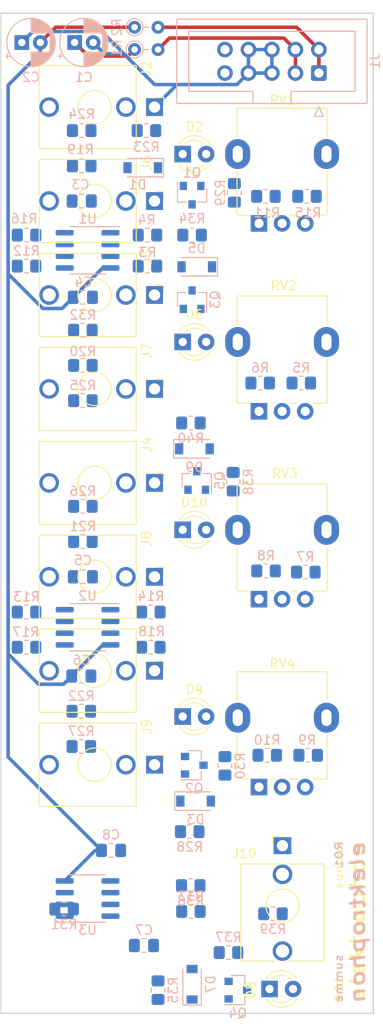
<source format=kicad_pcb>
(kicad_pcb (version 20171130) (host pcbnew 5.1.10)
  (title_block (title "(title)") (comment 1 "PCB for panel") (comment 2 "(description)") (comment 4 "License CC BY 4.0 - Attribution 4.0 International"))
  (layers (0 F.Cu signal) (31 B.Cu signal) (34 B.Paste user) (35 F.Paste user) (36 B.SilkS user) (37 F.SilkS user) (38 B.Mask user) (39 F.Mask user) (44 Edge.Cuts user))
  (net 0 "")
  (net 1 GND)
  (net 2 +15V)
  (net 3 -15V)
  (net 4 "Net-(D1-Pad1)")
  (net 5 "Net-(D2-Pad2)")
  (net 6 "Net-(D3-Pad1)")
  (net 7 "Net-(D4-Pad2)")
  (net 8 "Net-(D5-Pad1)")
  (net 9 "Net-(D6-Pad2)")
  (net 10 "Net-(D7-Pad1)")
  (net 11 "Net-(D8-Pad2)")
  (net 12 "Net-(D9-Pad1)")
  (net 13 "Net-(D10-Pad2)")
  (net 14 +5V)
  (net 15 VP)
  (net 16 VN)
  (net 17 "Net-(J2-PadTN)")
  (net 18 /IN_1)
  (net 19 /IN_2)
  (net 20 /IN_3)
  (net 21 /IN_4)
  (net 22 /MIX_1)
  (net 23 "Net-(J6-PadT)")
  (net 24 /MIX_2)
  (net 25 "Net-(J7-PadT)")
  (net 26 /MIX_3)
  (net 27 "Net-(J8-PadT)")
  (net 28 /MIX_4)
  (net 29 "Net-(J9-PadT)")
  (net 30 "Net-(J10-PadT)")
  (net 31 "Net-(Q1-Pad3)")
  (net 32 "Net-(Q2-Pad3)")
  (net 33 "Net-(Q3-Pad3)")
  (net 34 "Net-(Q4-Pad3)")
  (net 35 "Net-(Q5-Pad3)")
  (net 36 "Net-(R12-Pad1)")
  (net 37 "Net-(R13-Pad1)")
  (net 38 "Net-(R14-Pad1)")
  (net 39 "Net-(R15-Pad1)")
  (net 40 "Net-(R16-Pad1)")
  (net 41 "Net-(R17-Pad1)")
  (net 42 "Net-(R18-Pad1)")
  (net 43 /OUT)
  (net 44 "Net-(J3-PadTN)")
  (net 45 "Net-(J4-PadTN)")
  (net 46 "Net-(J5-PadTN)")
  (net 47 "Net-(J10-PadTN)")
  (net 48 "Net-(R3-Pad2)")
  (net 49 "Net-(R5-Pad2)")
  (net 50 "Net-(R7-Pad2)")
  (net 51 "Net-(R10-Pad1)")
  (net 52 "Net-(R11-Pad1)")
  (net 53 "Net-(R24-Pad2)")
  (net 54 "Net-(R31-Pad2)")
  (net 55 "Net-(R33-Pad2)")
  (module "elektrophon:elektrophon logo" (layer F.Cu) (at 88.392 149.098 270)
    (fp_text reference REF** hide)
    (fp_text value "elektrophon logo" hide)
    (fp_text user summe (at 8.84 1.02 90) (layer B.SilkS) (effects (font (size 0.8 1)) (justify right mirror)))
    (fp_text user R01 (at -8.83 1 90) (layer B.SilkS) (effects (font (size 0.8 1)) (justify left mirror)))
    (fp_text user elektrophon (at 0 -1.016 90) (layer B.SilkS) (effects (font (size 1.5 2) (thickness 0.3) italic) (justify mirror)))
    (fp_text user R01 (at 8.8 1.02 90) (layer F.SilkS) (effects (font (size 0.8 1)) (justify left)))
    (fp_text user summe (at -8.88 1 90) (layer F.SilkS) (effects (font (size 0.8 1)) (justify right)))
    (fp_text user elektrophon (at 0 -1.016 90) (layer F.SilkS) (effects (font (size 1.5 2) (thickness 0.3) italic)))
  )
  (module Resistor_THT:R_Axial_DIN0204_L3.6mm_D1.6mm_P2.54mm_Vertical (layer B.Cu) (at 65.278 52.324)
    (fp_text reference R2 (at -1.905 0 90) (layer B.SilkS) (effects (justify mirror)))
    (fp_text value 10)
    (pad 2 thru_hole oval (at 2.54 0) (size 1.4 1.4) (drill 0.7) (layers *.Cu *.Mask) (net 16 VN))
    (pad 1 thru_hole circle (at 0 0) (size 1.4 1.4) (drill 0.7) (layers *.Cu *.Mask) (net 3 -15V))
  )
  (module Resistor_THT:R_Axial_DIN0204_L3.6mm_D1.6mm_P2.54mm_Vertical (layer B.Cu) (at 65.278 54.737)
    (fp_text reference R1 (at -1.905 -0.127 90) (layer B.SilkS) (effects (justify mirror)))
    (fp_text value 10)
    (pad 2 thru_hole oval (at 2.54 0) (size 1.4 1.4) (drill 0.7) (layers *.Cu *.Mask) (net 15 VP))
    (pad 1 thru_hole circle (at 0 0) (size 1.4 1.4) (drill 0.7) (layers *.Cu *.Mask) (net 2 +15V))
  )
  (module Capacitor_THT:CP_Radial_D5.0mm_P2.00mm (layer B.Cu) (at 53.086 53.975)
    (fp_text reference C2 (at 1 3.75) (layer B.SilkS) (effects (justify mirror)))
    (fp_text value 22u)
    (pad 2 thru_hole circle (at 2 0) (size 1.6 1.6) (drill 0.8) (layers *.Cu *.Mask) (net 3 -15V))
    (pad 1 thru_hole rect (at 0 0) (size 1.6 1.6) (drill 0.8) (layers *.Cu *.Mask) (net 1 GND))
  )
  (module Capacitor_THT:CP_Radial_D5.0mm_P2.00mm (layer B.Cu) (at 58.801 53.975)
    (fp_text reference C1 (at 1 3.75) (layer B.SilkS) (effects (justify mirror)))
    (fp_text value 22u)
    (pad 2 thru_hole circle (at 2 0) (size 1.6 1.6) (drill 0.8) (layers *.Cu *.Mask) (net 1 GND))
    (pad 1 thru_hole rect (at 0 0) (size 1.6 1.6) (drill 0.8) (layers *.Cu *.Mask) (net 2 +15V))
  )
  (module Capacitor_SMD:C_0805_2012Metric_Pad1.18x1.45mm_HandSolder (layer B.Cu) (at 62.738 141.351 180)
    (fp_text reference C8 (at 0 1.68) (layer B.SilkS) (effects (justify mirror)))
    (fp_text value 0.1u)
    (pad 2 smd roundrect (at 1.0375 0 180) (size 1.175 1.45) (layers B.Cu B.Paste B.Mask) (roundrect_rratio 0.212766) (net 3 -15V))
    (pad 1 smd roundrect (at -1.0375 0 180) (size 1.175 1.45) (layers B.Cu B.Paste B.Mask) (roundrect_rratio 0.212766) (net 1 GND))
  )
  (module Capacitor_SMD:C_0805_2012Metric_Pad1.18x1.45mm_HandSolder (layer B.Cu) (at 66.294 151.638 180)
    (fp_text reference C7 (at 0 1.68) (layer B.SilkS) (effects (justify mirror)))
    (fp_text value 0.1u)
    (pad 2 smd roundrect (at 1.0375 0 180) (size 1.175 1.45) (layers B.Cu B.Paste B.Mask) (roundrect_rratio 0.212766) (net 1 GND))
    (pad 1 smd roundrect (at -1.0375 0 180) (size 1.175 1.45) (layers B.Cu B.Paste B.Mask) (roundrect_rratio 0.212766) (net 2 +15V))
  )
  (module Capacitor_SMD:C_0805_2012Metric_Pad1.18x1.45mm_HandSolder (layer B.Cu) (at 59.521 122.4915 180)
    (fp_text reference C6 (at -0.042 1.7145) (layer B.SilkS) (effects (justify mirror)))
    (fp_text value 0.1u)
    (pad 2 smd roundrect (at 1.0375 0 180) (size 1.175 1.45) (layers B.Cu B.Paste B.Mask) (roundrect_rratio 0.212766) (net 3 -15V))
    (pad 1 smd roundrect (at -1.0375 0 180) (size 1.175 1.45) (layers B.Cu B.Paste B.Mask) (roundrect_rratio 0.212766) (net 1 GND))
  )
  (module Capacitor_SMD:C_0805_2012Metric_Pad1.18x1.45mm_HandSolder (layer B.Cu) (at 59.69 111.76)
    (fp_text reference C5 (at 0 -1.778) (layer B.SilkS) (effects (justify mirror)))
    (fp_text value 0.1u)
    (pad 2 smd roundrect (at 1.0375 0) (size 1.175 1.45) (layers B.Cu B.Paste B.Mask) (roundrect_rratio 0.212766) (net 1 GND))
    (pad 1 smd roundrect (at -1.0375 0) (size 1.175 1.45) (layers B.Cu B.Paste B.Mask) (roundrect_rratio 0.212766) (net 2 +15V))
  )
  (module Capacitor_SMD:C_0805_2012Metric_Pad1.18x1.45mm_HandSolder (layer B.Cu) (at 59.69 81.534 180)
    (fp_text reference C4 (at -0.0635 1.651) (layer B.SilkS) (effects (justify mirror)))
    (fp_text value 0.1u)
    (pad 2 smd roundrect (at 1.0375 0 180) (size 1.175 1.45) (layers B.Cu B.Paste B.Mask) (roundrect_rratio 0.212766) (net 3 -15V))
    (pad 1 smd roundrect (at -1.0375 0 180) (size 1.175 1.45) (layers B.Cu B.Paste B.Mask) (roundrect_rratio 0.212766) (net 1 GND))
  )
  (module Capacitor_SMD:C_0805_2012Metric_Pad1.18x1.45mm_HandSolder (layer B.Cu) (at 59.563 71.12)
    (fp_text reference C3 (at -0.127 -1.778) (layer B.SilkS) (effects (justify mirror)))
    (fp_text value 0.1u)
    (pad 2 smd roundrect (at 1.0375 0) (size 1.175 1.45) (layers B.Cu B.Paste B.Mask) (roundrect_rratio 0.212766) (net 1 GND))
    (pad 1 smd roundrect (at -1.0375 0) (size 1.175 1.45) (layers B.Cu B.Paste B.Mask) (roundrect_rratio 0.212766) (net 2 +15V))
  )
  (module elektrophon:Jack_3.5mm_WQP-PJ398SM_Vertical (layer F.Cu) (at 81.28 147.32)
    (fp_text reference J10 (at -4.13 -5.63) (layer F.SilkS))
    (fp_text value OUT)
    (pad TN thru_hole circle (at 0 -3.38 180) (size 2.13 2.13) (drill 1.42) (layers *.Cu *.Mask) (net 47 "Net-(J10-PadTN)"))
    (pad S thru_hole rect (at 0 -6.48 180) (size 1.93 1.83) (drill 1.22) (layers *.Cu *.Mask) (net 1 GND))
    (pad T thru_hole circle (at 0 4.92 180) (size 2.13 2.13) (drill 1.43) (layers *.Cu *.Mask) (net 30 "Net-(J10-PadT)"))
  )
  (module elektrophon:Jack_3.5mm_WQP-PJ398SM_Vertical (layer F.Cu) (at 60.96 132.08 270)
    (fp_text reference J9 (at -4.13 -5.63 90) (layer F.SilkS))
    (fp_text value OUT)
    (pad TN thru_hole circle (at 0 -3.38 90) (size 2.13 2.13) (drill 1.42) (layers *.Cu *.Mask) (net 28 /MIX_4))
    (pad S thru_hole rect (at 0 -6.48 90) (size 1.93 1.83) (drill 1.22) (layers *.Cu *.Mask) (net 1 GND))
    (pad T thru_hole circle (at 0 4.92 90) (size 2.13 2.13) (drill 1.43) (layers *.Cu *.Mask) (net 29 "Net-(J9-PadT)"))
  )
  (module elektrophon:Jack_3.5mm_WQP-PJ398SM_Vertical (layer F.Cu) (at 60.96 111.76 270)
    (fp_text reference J8 (at -4.13 -5.63 90) (layer F.SilkS))
    (fp_text value OUT)
    (pad TN thru_hole circle (at 0 -3.38 90) (size 2.13 2.13) (drill 1.42) (layers *.Cu *.Mask) (net 26 /MIX_3))
    (pad S thru_hole rect (at 0 -6.48 90) (size 1.93 1.83) (drill 1.22) (layers *.Cu *.Mask) (net 1 GND))
    (pad T thru_hole circle (at 0 4.92 90) (size 2.13 2.13) (drill 1.43) (layers *.Cu *.Mask) (net 27 "Net-(J8-PadT)"))
  )
  (module elektrophon:Jack_3.5mm_WQP-PJ398SM_Vertical (layer F.Cu) (at 60.96 91.44 270)
    (fp_text reference J7 (at -4.13 -5.63 90) (layer F.SilkS))
    (fp_text value OUT)
    (pad TN thru_hole circle (at 0 -3.38 90) (size 2.13 2.13) (drill 1.42) (layers *.Cu *.Mask) (net 24 /MIX_2))
    (pad S thru_hole rect (at 0 -6.48 90) (size 1.93 1.83) (drill 1.22) (layers *.Cu *.Mask) (net 1 GND))
    (pad T thru_hole circle (at 0 4.92 90) (size 2.13 2.13) (drill 1.43) (layers *.Cu *.Mask) (net 25 "Net-(J7-PadT)"))
  )
  (module elektrophon:Jack_3.5mm_WQP-PJ398SM_Vertical (layer F.Cu) (at 60.96 71.12 270)
    (fp_text reference J6 (at -4.13 -5.63 90) (layer F.SilkS))
    (fp_text value OUT)
    (pad TN thru_hole circle (at 0 -3.38 90) (size 2.13 2.13) (drill 1.42) (layers *.Cu *.Mask) (net 22 /MIX_1))
    (pad S thru_hole rect (at 0 -6.48 90) (size 1.93 1.83) (drill 1.22) (layers *.Cu *.Mask) (net 1 GND))
    (pad T thru_hole circle (at 0 4.92 90) (size 2.13 2.13) (drill 1.43) (layers *.Cu *.Mask) (net 23 "Net-(J6-PadT)"))
  )
  (module elektrophon:Jack_3.5mm_WQP-PJ398SM_Vertical (layer F.Cu) (at 60.96 121.92 270)
    (fp_text reference J5 (at -4.13 -5.63 90) (layer F.SilkS))
    (fp_text value IN)
    (pad TN thru_hole circle (at 0 -3.38 90) (size 2.13 2.13) (drill 1.42) (layers *.Cu *.Mask) (net 46 "Net-(J5-PadTN)"))
    (pad S thru_hole rect (at 0 -6.48 90) (size 1.93 1.83) (drill 1.22) (layers *.Cu *.Mask) (net 1 GND))
    (pad T thru_hole circle (at 0 4.92 90) (size 2.13 2.13) (drill 1.43) (layers *.Cu *.Mask) (net 21 /IN_4))
  )
  (module elektrophon:Jack_3.5mm_WQP-PJ398SM_Vertical (layer F.Cu) (at 60.96 101.6 270)
    (fp_text reference J4 (at -4.13 -5.63 90) (layer F.SilkS))
    (fp_text value IN)
    (pad TN thru_hole circle (at 0 -3.38 90) (size 2.13 2.13) (drill 1.42) (layers *.Cu *.Mask) (net 45 "Net-(J4-PadTN)"))
    (pad S thru_hole rect (at 0 -6.48 90) (size 1.93 1.83) (drill 1.22) (layers *.Cu *.Mask) (net 1 GND))
    (pad T thru_hole circle (at 0 4.92 90) (size 2.13 2.13) (drill 1.43) (layers *.Cu *.Mask) (net 20 /IN_3))
  )
  (module elektrophon:Jack_3.5mm_WQP-PJ398SM_Vertical (layer F.Cu) (at 60.96 81.28 270)
    (fp_text reference J3 (at -4.13 -5.63 90) (layer F.SilkS))
    (fp_text value IN)
    (pad TN thru_hole circle (at 0 -3.38 90) (size 2.13 2.13) (drill 1.42) (layers *.Cu *.Mask) (net 44 "Net-(J3-PadTN)"))
    (pad S thru_hole rect (at 0 -6.48 90) (size 1.93 1.83) (drill 1.22) (layers *.Cu *.Mask) (net 1 GND))
    (pad T thru_hole circle (at 0 4.92 90) (size 2.13 2.13) (drill 1.43) (layers *.Cu *.Mask) (net 19 /IN_2))
  )
  (module elektrophon:Jack_3.5mm_WQP-PJ398SM_Vertical (layer F.Cu) (at 60.96 60.96 270)
    (fp_text reference J2 (at -4.13 -5.63 90) (layer F.SilkS))
    (fp_text value IN)
    (pad TN thru_hole circle (at 0 -3.38 90) (size 2.13 2.13) (drill 1.42) (layers *.Cu *.Mask) (net 17 "Net-(J2-PadTN)"))
    (pad S thru_hole rect (at 0 -6.48 90) (size 1.93 1.83) (drill 1.22) (layers *.Cu *.Mask) (net 1 GND))
    (pad T thru_hole circle (at 0 4.92 90) (size 2.13 2.13) (drill 1.43) (layers *.Cu *.Mask) (net 18 /IN_1))
  )
  (module Package_SO:SOIC-8_3.9x4.9mm_P1.27mm (layer B.Cu) (at 60.198 146.558)
    (fp_text reference U3 (at 0 3.4) (layer B.SilkS) (effects (justify mirror)))
    (fp_text value OPA2134)
    (pad 8 smd roundrect (at 2.475 1.905) (size 1.95 0.6) (layers B.Cu B.Paste B.Mask) (net 2 +15V))
    (pad 7 smd roundrect (at 2.475 0.635) (size 1.95 0.6) (layers B.Cu B.Paste B.Mask) (net 43 /OUT))
    (pad 6 smd roundrect (at 2.475 -0.635) (size 1.95 0.6) (layers B.Cu B.Paste B.Mask) (net 55 "Net-(R33-Pad2)"))
    (pad 5 smd roundrect (at 2.475 -1.905) (size 1.95 0.6) (layers B.Cu B.Paste B.Mask) (net 1 GND))
    (pad 4 smd roundrect (at -2.475 -1.905) (size 1.95 0.6) (layers B.Cu B.Paste B.Mask) (net 3 -15V))
    (pad 3 smd roundrect (at -2.475 -0.635) (size 1.95 0.6) (layers B.Cu B.Paste B.Mask) (net 1 GND))
    (pad 2 smd roundrect (at -2.475 0.635) (size 1.95 0.6) (layers B.Cu B.Paste B.Mask) (net 53 "Net-(R24-Pad2)"))
    (pad 1 smd roundrect (at -2.475 1.905) (size 1.95 0.6) (layers B.Cu B.Paste B.Mask) (net 54 "Net-(R31-Pad2)"))
  )
  (module Package_SO:SOIC-8_3.9x4.9mm_P1.27mm (layer B.Cu) (at 60.198 117.221 180)
    (fp_text reference U2 (at 0 3.4) (layer B.SilkS) (effects (justify mirror)))
    (fp_text value OPA2134)
    (pad 8 smd roundrect (at 2.475 1.905 180) (size 1.95 0.6) (layers B.Cu B.Paste B.Mask) (net 2 +15V))
    (pad 7 smd roundrect (at 2.475 0.635 180) (size 1.95 0.6) (layers B.Cu B.Paste B.Mask) (net 42 "Net-(R18-Pad1)"))
    (pad 6 smd roundrect (at 2.475 -0.635 180) (size 1.95 0.6) (layers B.Cu B.Paste B.Mask) (net 38 "Net-(R14-Pad1)"))
    (pad 5 smd roundrect (at 2.475 -1.905 180) (size 1.95 0.6) (layers B.Cu B.Paste B.Mask) (net 51 "Net-(R10-Pad1)"))
    (pad 4 smd roundrect (at -2.475 -1.905 180) (size 1.95 0.6) (layers B.Cu B.Paste B.Mask) (net 3 -15V))
    (pad 3 smd roundrect (at -2.475 -0.635 180) (size 1.95 0.6) (layers B.Cu B.Paste B.Mask) (net 50 "Net-(R7-Pad2)"))
    (pad 2 smd roundrect (at -2.475 0.635 180) (size 1.95 0.6) (layers B.Cu B.Paste B.Mask) (net 37 "Net-(R13-Pad1)"))
    (pad 1 smd roundrect (at -2.475 1.905 180) (size 1.95 0.6) (layers B.Cu B.Paste B.Mask) (net 41 "Net-(R17-Pad1)"))
  )
  (module Package_SO:SOIC-8_3.9x4.9mm_P1.27mm (layer B.Cu) (at 60.198 76.454 180)
    (fp_text reference U1 (at 0 3.4 180) (layer B.SilkS) (effects (justify mirror)))
    (fp_text value OPA2134)
    (pad 8 smd roundrect (at 2.475 1.905 180) (size 1.95 0.6) (layers B.Cu B.Paste B.Mask) (net 2 +15V))
    (pad 7 smd roundrect (at 2.475 0.635 180) (size 1.95 0.6) (layers B.Cu B.Paste B.Mask) (net 40 "Net-(R16-Pad1)"))
    (pad 6 smd roundrect (at 2.475 -0.635 180) (size 1.95 0.6) (layers B.Cu B.Paste B.Mask) (net 36 "Net-(R12-Pad1)"))
    (pad 5 smd roundrect (at 2.475 -1.905 180) (size 1.95 0.6) (layers B.Cu B.Paste B.Mask) (net 49 "Net-(R5-Pad2)"))
    (pad 4 smd roundrect (at -2.475 -1.905 180) (size 1.95 0.6) (layers B.Cu B.Paste B.Mask) (net 3 -15V))
    (pad 3 smd roundrect (at -2.475 -0.635 180) (size 1.95 0.6) (layers B.Cu B.Paste B.Mask) (net 48 "Net-(R3-Pad2)"))
    (pad 2 smd roundrect (at -2.475 0.635 180) (size 1.95 0.6) (layers B.Cu B.Paste B.Mask) (net 52 "Net-(R11-Pad1)"))
    (pad 1 smd roundrect (at -2.475 1.905 180) (size 1.95 0.6) (layers B.Cu B.Paste B.Mask) (net 39 "Net-(R15-Pad1)"))
  )
  (module elektrophon:Potentiometer_Alpha_RD901F-40-00D_Single_Vertical (layer F.Cu) (at 81.28 127 90)
    (fp_text reference RV4 (at 5.842 0) (layer F.SilkS))
    (fp_text value 100k)
    (pad "" thru_hole oval (at 0 -4.84 180) (size 2.72 3.24) (drill oval 1.1 1.8) (layers *.Cu *.Mask))
    (pad "" thru_hole oval (at 0 4.76 180) (size 2.72 3.24) (drill oval 1.1 1.8) (layers *.Cu *.Mask))
    (pad 3 thru_hole circle (at -7.5 2.46 180) (size 1.8 1.8) (drill 1) (layers *.Cu *.Mask) (net 21 /IN_4))
    (pad 2 thru_hole circle (at -7.5 -0.04 180) (size 1.8 1.8) (drill 1) (layers *.Cu *.Mask) (net 51 "Net-(R10-Pad1)"))
    (pad 1 thru_hole rect (at -7.5 -2.54 180) (size 1.8 1.8) (drill 1) (layers *.Cu *.Mask) (net 1 GND))
  )
  (module elektrophon:Potentiometer_Alpha_RD901F-40-00D_Single_Vertical (layer F.Cu) (at 81.28 106.68 90)
    (fp_text reference RV3 (at 6.096 0.254) (layer F.SilkS))
    (fp_text value 100k)
    (pad "" thru_hole oval (at 0 -4.84 180) (size 2.72 3.24) (drill oval 1.1 1.8) (layers *.Cu *.Mask))
    (pad "" thru_hole oval (at 0 4.76 180) (size 2.72 3.24) (drill oval 1.1 1.8) (layers *.Cu *.Mask))
    (pad 3 thru_hole circle (at -7.5 2.46 180) (size 1.8 1.8) (drill 1) (layers *.Cu *.Mask) (net 20 /IN_3))
    (pad 2 thru_hole circle (at -7.5 -0.04 180) (size 1.8 1.8) (drill 1) (layers *.Cu *.Mask) (net 50 "Net-(R7-Pad2)"))
    (pad 1 thru_hole rect (at -7.5 -2.54 180) (size 1.8 1.8) (drill 1) (layers *.Cu *.Mask) (net 1 GND))
  )
  (module elektrophon:Potentiometer_Alpha_RD901F-40-00D_Single_Vertical (layer F.Cu) (at 81.28 86.36 90)
    (fp_text reference RV2 (at 6.096 0.127) (layer F.SilkS))
    (fp_text value 100k)
    (pad "" thru_hole oval (at 0 -4.84 180) (size 2.72 3.24) (drill oval 1.1 1.8) (layers *.Cu *.Mask))
    (pad "" thru_hole oval (at 0 4.76 180) (size 2.72 3.24) (drill oval 1.1 1.8) (layers *.Cu *.Mask))
    (pad 3 thru_hole circle (at -7.5 2.46 180) (size 1.8 1.8) (drill 1) (layers *.Cu *.Mask) (net 19 /IN_2))
    (pad 2 thru_hole circle (at -7.5 -0.04 180) (size 1.8 1.8) (drill 1) (layers *.Cu *.Mask) (net 49 "Net-(R5-Pad2)"))
    (pad 1 thru_hole rect (at -7.5 -2.54 180) (size 1.8 1.8) (drill 1) (layers *.Cu *.Mask) (net 1 GND))
  )
  (module elektrophon:Potentiometer_Alpha_RD901F-40-00D_Single_Vertical (layer F.Cu) (at 81.28 66.04 90)
    (fp_text reference RV1 (at 5.842 0) (layer F.SilkS))
    (fp_text value 100k)
    (pad "" thru_hole oval (at 0 -4.84 180) (size 2.72 3.24) (drill oval 1.1 1.8) (layers *.Cu *.Mask))
    (pad "" thru_hole oval (at 0 4.76 180) (size 2.72 3.24) (drill oval 1.1 1.8) (layers *.Cu *.Mask))
    (pad 3 thru_hole circle (at -7.5 2.46 180) (size 1.8 1.8) (drill 1) (layers *.Cu *.Mask) (net 18 /IN_1))
    (pad 2 thru_hole circle (at -7.5 -0.04 180) (size 1.8 1.8) (drill 1) (layers *.Cu *.Mask) (net 48 "Net-(R3-Pad2)"))
    (pad 1 thru_hole rect (at -7.5 -2.54 180) (size 1.8 1.8) (drill 1) (layers *.Cu *.Mask) (net 1 GND))
  )
  (module Resistor_SMD:R_0805_2012Metric_Pad1.20x1.40mm_HandSolder (layer B.Cu) (at 71.374 95.123)
    (fp_text reference R40 (at 0 1.65) (layer B.SilkS) (effects (justify mirror)))
    (fp_text value 5k)
    (pad 2 smd roundrect (at 1 0) (size 1.2 1.4) (layers B.Cu B.Paste B.Mask) (roundrect_rratio 0.208333) (net 35 "Net-(Q5-Pad3)"))
    (pad 1 smd roundrect (at -1 0) (size 1.2 1.4) (layers B.Cu B.Paste B.Mask) (roundrect_rratio 0.208333) (net 14 +5V))
  )
  (module Resistor_SMD:R_0805_2012Metric_Pad1.20x1.40mm_HandSolder (layer B.Cu) (at 80.248 148.209)
    (fp_text reference R39 (at 0 1.65) (layer B.SilkS) (effects (justify mirror)))
    (fp_text value 1k)
    (pad 2 smd roundrect (at 1 0) (size 1.2 1.4) (layers B.Cu B.Paste B.Mask) (roundrect_rratio 0.208333) (net 30 "Net-(J10-PadT)"))
    (pad 1 smd roundrect (at -1 0) (size 1.2 1.4) (layers B.Cu B.Paste B.Mask) (roundrect_rratio 0.208333) (net 43 /OUT))
  )
  (module Resistor_SMD:R_0805_2012Metric_Pad1.20x1.40mm_HandSolder (layer B.Cu) (at 75.946 101.473 90)
    (fp_text reference R38 (at 0 1.65 90) (layer B.SilkS) (effects (justify mirror)))
    (fp_text value 100k)
    (pad 2 smd roundrect (at 1 0 90) (size 1.2 1.4) (layers B.Cu B.Paste B.Mask) (roundrect_rratio 0.208333) (net 20 /IN_3))
    (pad 1 smd roundrect (at -1 0 90) (size 1.2 1.4) (layers B.Cu B.Paste B.Mask) (roundrect_rratio 0.208333) (net 12 "Net-(D9-Pad1)"))
  )
  (module Resistor_SMD:R_0805_2012Metric_Pad1.20x1.40mm_HandSolder (layer B.Cu) (at 75.438 152.4 180)
    (fp_text reference R37 (at 0 1.65) (layer B.SilkS) (effects (justify mirror)))
    (fp_text value 5k)
    (pad 2 smd roundrect (at 1 0 180) (size 1.2 1.4) (layers B.Cu B.Paste B.Mask) (roundrect_rratio 0.208333) (net 34 "Net-(Q4-Pad3)"))
    (pad 1 smd roundrect (at -1 0 180) (size 1.2 1.4) (layers B.Cu B.Paste B.Mask) (roundrect_rratio 0.208333) (net 14 +5V))
  )
  (module Resistor_SMD:R_0805_2012Metric_Pad1.20x1.40mm_HandSolder (layer B.Cu) (at 71.358 145.161)
    (fp_text reference R36 (at 0 1.65) (layer B.SilkS) (effects (justify mirror)))
    (fp_text value 100k)
    (pad 2 smd roundrect (at 1 0) (size 1.2 1.4) (layers B.Cu B.Paste B.Mask) (roundrect_rratio 0.208333) (net 43 /OUT))
    (pad 1 smd roundrect (at -1 0) (size 1.2 1.4) (layers B.Cu B.Paste B.Mask) (roundrect_rratio 0.208333) (net 55 "Net-(R33-Pad2)"))
  )
  (module Resistor_SMD:R_0805_2012Metric_Pad1.20x1.40mm_HandSolder (layer B.Cu) (at 67.818 156.464 90)
    (fp_text reference R35 (at 0 1.65 90) (layer B.SilkS) (effects (justify mirror)))
    (fp_text value 100k)
    (pad 2 smd roundrect (at 1 0 90) (size 1.2 1.4) (layers B.Cu B.Paste B.Mask) (roundrect_rratio 0.208333) (net 43 /OUT))
    (pad 1 smd roundrect (at -1 0 90) (size 1.2 1.4) (layers B.Cu B.Paste B.Mask) (roundrect_rratio 0.208333) (net 10 "Net-(D7-Pad1)"))
  )
  (module Resistor_SMD:R_0805_2012Metric_Pad1.20x1.40mm_HandSolder (layer B.Cu) (at 71.501 74.803)
    (fp_text reference R34 (at 0 -1.778) (layer B.SilkS) (effects (justify mirror)))
    (fp_text value 5k)
    (pad 2 smd roundrect (at 1 0) (size 1.2 1.4) (layers B.Cu B.Paste B.Mask) (roundrect_rratio 0.208333) (net 33 "Net-(Q3-Pad3)"))
    (pad 1 smd roundrect (at -1 0) (size 1.2 1.4) (layers B.Cu B.Paste B.Mask) (roundrect_rratio 0.208333) (net 14 +5V))
  )
  (module Resistor_SMD:R_0805_2012Metric_Pad1.20x1.40mm_HandSolder (layer B.Cu) (at 71.374 147.955 180)
    (fp_text reference R33 (at 0 1.65) (layer B.SilkS) (effects (justify mirror)))
    (fp_text value 100k)
    (pad 2 smd roundrect (at 1 0 180) (size 1.2 1.4) (layers B.Cu B.Paste B.Mask) (roundrect_rratio 0.208333) (net 55 "Net-(R33-Pad2)"))
    (pad 1 smd roundrect (at -1 0 180) (size 1.2 1.4) (layers B.Cu B.Paste B.Mask) (roundrect_rratio 0.208333) (net 54 "Net-(R31-Pad2)"))
  )
  (module Resistor_SMD:R_0805_2012Metric_Pad1.20x1.40mm_HandSolder (layer B.Cu) (at 59.69 85.09 180)
    (fp_text reference R32 (at 0 1.65) (layer B.SilkS) (effects (justify mirror)))
    (fp_text value 100k)
    (pad 2 smd roundrect (at 1 0 180) (size 1.2 1.4) (layers B.Cu B.Paste B.Mask) (roundrect_rratio 0.208333) (net 19 /IN_2))
    (pad 1 smd roundrect (at -1 0 180) (size 1.2 1.4) (layers B.Cu B.Paste B.Mask) (roundrect_rratio 0.208333) (net 8 "Net-(D5-Pad1)"))
  )
  (module Resistor_SMD:R_0805_2012Metric_Pad1.20x1.40mm_HandSolder (layer B.Cu) (at 57.658 147.701)
    (fp_text reference R31 (at 0 1.65) (layer B.SilkS) (effects (justify mirror)))
    (fp_text value 100k)
    (pad 2 smd roundrect (at 1 0) (size 1.2 1.4) (layers B.Cu B.Paste B.Mask) (roundrect_rratio 0.208333) (net 54 "Net-(R31-Pad2)"))
    (pad 1 smd roundrect (at -1 0) (size 1.2 1.4) (layers B.Cu B.Paste B.Mask) (roundrect_rratio 0.208333) (net 53 "Net-(R24-Pad2)"))
  )
  (module Resistor_SMD:R_0805_2012Metric_Pad1.20x1.40mm_HandSolder (layer B.Cu) (at 75.057 132.207 90)
    (fp_text reference R30 (at 0 1.65 90) (layer B.SilkS) (effects (justify mirror)))
    (fp_text value 5k)
    (pad 2 smd roundrect (at 1 0 90) (size 1.2 1.4) (layers B.Cu B.Paste B.Mask) (roundrect_rratio 0.208333) (net 32 "Net-(Q2-Pad3)"))
    (pad 1 smd roundrect (at -1 0 90) (size 1.2 1.4) (layers B.Cu B.Paste B.Mask) (roundrect_rratio 0.208333) (net 14 +5V))
  )
  (module Resistor_SMD:R_0805_2012Metric_Pad1.20x1.40mm_HandSolder (layer B.Cu) (at 76.073 70.231 90)
    (fp_text reference R29 (at 0 -1.524 90) (layer B.SilkS) (effects (justify mirror)))
    (fp_text value 5k)
    (pad 2 smd roundrect (at 1 0 90) (size 1.2 1.4) (layers B.Cu B.Paste B.Mask) (roundrect_rratio 0.208333) (net 31 "Net-(Q1-Pad3)"))
    (pad 1 smd roundrect (at -1 0 90) (size 1.2 1.4) (layers B.Cu B.Paste B.Mask) (roundrect_rratio 0.208333) (net 14 +5V))
  )
  (module Resistor_SMD:R_0805_2012Metric_Pad1.20x1.40mm_HandSolder (layer B.Cu) (at 71.247 139.319)
    (fp_text reference R28 (at 0 1.65) (layer B.SilkS) (effects (justify mirror)))
    (fp_text value 100k)
    (pad 2 smd roundrect (at 1 0) (size 1.2 1.4) (layers B.Cu B.Paste B.Mask) (roundrect_rratio 0.208333) (net 21 /IN_4))
    (pad 1 smd roundrect (at -1 0) (size 1.2 1.4) (layers B.Cu B.Paste B.Mask) (roundrect_rratio 0.208333) (net 6 "Net-(D3-Pad1)"))
  )
  (module Resistor_SMD:R_0805_2012Metric_Pad1.20x1.40mm_HandSolder (layer B.Cu) (at 59.521 130.1115 180)
    (fp_text reference R27 (at 0 1.65) (layer B.SilkS) (effects (justify mirror)))
    (fp_text value 100k)
    (pad 2 smd roundrect (at 1 0 180) (size 1.2 1.4) (layers B.Cu B.Paste B.Mask) (roundrect_rratio 0.208333) (net 53 "Net-(R24-Pad2)"))
    (pad 1 smd roundrect (at -1 0 180) (size 1.2 1.4) (layers B.Cu B.Paste B.Mask) (roundrect_rratio 0.208333) (net 28 /MIX_4))
  )
  (module Resistor_SMD:R_0805_2012Metric_Pad1.20x1.40mm_HandSolder (layer B.Cu) (at 59.69 104.14 180)
    (fp_text reference R26 (at 0 1.65) (layer B.SilkS) (effects (justify mirror)))
    (fp_text value 100k)
    (pad 2 smd roundrect (at 1 0 180) (size 1.2 1.4) (layers B.Cu B.Paste B.Mask) (roundrect_rratio 0.208333) (net 53 "Net-(R24-Pad2)"))
    (pad 1 smd roundrect (at -1 0 180) (size 1.2 1.4) (layers B.Cu B.Paste B.Mask) (roundrect_rratio 0.208333) (net 26 /MIX_3))
  )
  (module Resistor_SMD:R_0805_2012Metric_Pad1.20x1.40mm_HandSolder (layer B.Cu) (at 59.69 92.71 180)
    (fp_text reference R25 (at 0 1.65) (layer B.SilkS) (effects (justify mirror)))
    (fp_text value 100k)
    (pad 2 smd roundrect (at 1 0 180) (size 1.2 1.4) (layers B.Cu B.Paste B.Mask) (roundrect_rratio 0.208333) (net 53 "Net-(R24-Pad2)"))
    (pad 1 smd roundrect (at -1 0 180) (size 1.2 1.4) (layers B.Cu B.Paste B.Mask) (roundrect_rratio 0.208333) (net 24 /MIX_2))
  )
  (module Resistor_SMD:R_0805_2012Metric_Pad1.20x1.40mm_HandSolder (layer B.Cu) (at 59.563 63.5)
    (fp_text reference R24 (at 0 -1.778) (layer B.SilkS) (effects (justify mirror)))
    (fp_text value 100k)
    (pad 2 smd roundrect (at 1 0) (size 1.2 1.4) (layers B.Cu B.Paste B.Mask) (roundrect_rratio 0.208333) (net 53 "Net-(R24-Pad2)"))
    (pad 1 smd roundrect (at -1 0) (size 1.2 1.4) (layers B.Cu B.Paste B.Mask) (roundrect_rratio 0.208333) (net 22 /MIX_1))
  )
  (module Resistor_SMD:R_0805_2012Metric_Pad1.20x1.40mm_HandSolder (layer B.Cu) (at 66.564 63.5 180)
    (fp_text reference R23 (at 0 -1.778) (layer B.SilkS) (effects (justify mirror)))
    (fp_text value 100k)
    (pad 2 smd roundrect (at 1 0 180) (size 1.2 1.4) (layers B.Cu B.Paste B.Mask) (roundrect_rratio 0.208333) (net 18 /IN_1))
    (pad 1 smd roundrect (at -1 0 180) (size 1.2 1.4) (layers B.Cu B.Paste B.Mask) (roundrect_rratio 0.208333) (net 4 "Net-(D1-Pad1)"))
  )
  (module Resistor_SMD:R_0805_2012Metric_Pad1.20x1.40mm_HandSolder (layer B.Cu) (at 59.521 126.3015 180)
    (fp_text reference R22 (at 0 1.65) (layer B.SilkS) (effects (justify mirror)))
    (fp_text value 1k)
    (pad 2 smd roundrect (at 1 0 180) (size 1.2 1.4) (layers B.Cu B.Paste B.Mask) (roundrect_rratio 0.208333) (net 29 "Net-(J9-PadT)"))
    (pad 1 smd roundrect (at -1 0 180) (size 1.2 1.4) (layers B.Cu B.Paste B.Mask) (roundrect_rratio 0.208333) (net 42 "Net-(R18-Pad1)"))
  )
  (module Resistor_SMD:R_0805_2012Metric_Pad1.20x1.40mm_HandSolder (layer B.Cu) (at 59.69 107.95 180)
    (fp_text reference R21 (at 0 1.65) (layer B.SilkS) (effects (justify mirror)))
    (fp_text value 1k)
    (pad 2 smd roundrect (at 1 0 180) (size 1.2 1.4) (layers B.Cu B.Paste B.Mask) (roundrect_rratio 0.208333) (net 27 "Net-(J8-PadT)"))
    (pad 1 smd roundrect (at -1 0 180) (size 1.2 1.4) (layers B.Cu B.Paste B.Mask) (roundrect_rratio 0.208333) (net 41 "Net-(R17-Pad1)"))
  )
  (module Resistor_SMD:R_0805_2012Metric_Pad1.20x1.40mm_HandSolder (layer B.Cu) (at 59.69 88.9)
    (fp_text reference R20 (at 0 -1.524) (layer B.SilkS) (effects (justify mirror)))
    (fp_text value 1k)
    (pad 2 smd roundrect (at 1 0) (size 1.2 1.4) (layers B.Cu B.Paste B.Mask) (roundrect_rratio 0.208333) (net 25 "Net-(J7-PadT)"))
    (pad 1 smd roundrect (at -1 0) (size 1.2 1.4) (layers B.Cu B.Paste B.Mask) (roundrect_rratio 0.208333) (net 40 "Net-(R16-Pad1)"))
  )
  (module Resistor_SMD:R_0805_2012Metric_Pad1.20x1.40mm_HandSolder (layer B.Cu) (at 59.563 67.31 180)
    (fp_text reference R19 (at 0.127 1.778) (layer B.SilkS) (effects (justify mirror)))
    (fp_text value 1k)
    (pad 2 smd roundrect (at 1 0 180) (size 1.2 1.4) (layers B.Cu B.Paste B.Mask) (roundrect_rratio 0.208333) (net 23 "Net-(J6-PadT)"))
    (pad 1 smd roundrect (at -1 0 180) (size 1.2 1.4) (layers B.Cu B.Paste B.Mask) (roundrect_rratio 0.208333) (net 39 "Net-(R15-Pad1)"))
  )
  (module Resistor_SMD:R_0805_2012Metric_Pad1.20x1.40mm_HandSolder (layer B.Cu) (at 67.04 119.38)
    (fp_text reference R18 (at 0.0795 -1.7145) (layer B.SilkS) (effects (justify mirror)))
    (fp_text value 100k)
    (pad 2 smd roundrect (at 1 0) (size 1.2 1.4) (layers B.Cu B.Paste B.Mask) (roundrect_rratio 0.208333) (net 38 "Net-(R14-Pad1)"))
    (pad 1 smd roundrect (at -1 0) (size 1.2 1.4) (layers B.Cu B.Paste B.Mask) (roundrect_rratio 0.208333) (net 42 "Net-(R18-Pad1)"))
  )
  (module Resistor_SMD:R_0805_2012Metric_Pad1.20x1.40mm_HandSolder (layer B.Cu) (at 53.594 119.38)
    (fp_text reference R17 (at -0.0635 -1.651) (layer B.SilkS) (effects (justify mirror)))
    (fp_text value 100k)
    (pad 2 smd roundrect (at 1 0) (size 1.2 1.4) (layers B.Cu B.Paste B.Mask) (roundrect_rratio 0.208333) (net 37 "Net-(R13-Pad1)"))
    (pad 1 smd roundrect (at -1 0) (size 1.2 1.4) (layers B.Cu B.Paste B.Mask) (roundrect_rratio 0.208333) (net 41 "Net-(R17-Pad1)"))
  )
  (module Resistor_SMD:R_0805_2012Metric_Pad1.20x1.40mm_HandSolder (layer B.Cu) (at 53.594 74.803)
    (fp_text reference R16 (at -0.254 -1.778) (layer B.SilkS) (effects (justify mirror)))
    (fp_text value 100k)
    (pad 2 smd roundrect (at 1 0) (size 1.2 1.4) (layers B.Cu B.Paste B.Mask) (roundrect_rratio 0.208333) (net 36 "Net-(R12-Pad1)"))
    (pad 1 smd roundrect (at -1 0) (size 1.2 1.4) (layers B.Cu B.Paste B.Mask) (roundrect_rratio 0.208333) (net 40 "Net-(R16-Pad1)"))
  )
  (module Resistor_SMD:R_0805_2012Metric_Pad1.20x1.40mm_HandSolder (layer B.Cu) (at 83.931 70.612 180)
    (fp_text reference R15 (at -0.111 -1.778) (layer B.SilkS) (effects (justify mirror)))
    (fp_text value 100k)
    (pad 2 smd roundrect (at 1 0 180) (size 1.2 1.4) (layers B.Cu B.Paste B.Mask) (roundrect_rratio 0.208333) (net 52 "Net-(R11-Pad1)"))
    (pad 1 smd roundrect (at -1 0 180) (size 1.2 1.4) (layers B.Cu B.Paste B.Mask) (roundrect_rratio 0.208333) (net 39 "Net-(R15-Pad1)"))
  )
  (module Resistor_SMD:R_0805_2012Metric_Pad1.20x1.40mm_HandSolder (layer B.Cu) (at 67.04 115.57)
    (fp_text reference R14 (at 0.016 -1.7145) (layer B.SilkS) (effects (justify mirror)))
    (fp_text value 100k)
    (pad 2 smd roundrect (at 1 0) (size 1.2 1.4) (layers B.Cu B.Paste B.Mask) (roundrect_rratio 0.208333) (net 21 /IN_4))
    (pad 1 smd roundrect (at -1 0) (size 1.2 1.4) (layers B.Cu B.Paste B.Mask) (roundrect_rratio 0.208333) (net 38 "Net-(R14-Pad1)"))
  )
  (module Resistor_SMD:R_0805_2012Metric_Pad1.20x1.40mm_HandSolder (layer B.Cu) (at 53.594 115.57 180)
    (fp_text reference R13 (at 0 1.65) (layer B.SilkS) (effects (justify mirror)))
    (fp_text value 100k)
    (pad 2 smd roundrect (at 1 0 180) (size 1.2 1.4) (layers B.Cu B.Paste B.Mask) (roundrect_rratio 0.208333) (net 20 /IN_3))
    (pad 1 smd roundrect (at -1 0 180) (size 1.2 1.4) (layers B.Cu B.Paste B.Mask) (roundrect_rratio 0.208333) (net 37 "Net-(R13-Pad1)"))
  )
  (module Resistor_SMD:R_0805_2012Metric_Pad1.20x1.40mm_HandSolder (layer B.Cu) (at 53.594 78.1558 180)
    (fp_text reference R12 (at 0 1.65) (layer B.SilkS) (effects (justify mirror)))
    (fp_text value 100k)
    (pad 2 smd roundrect (at 1 0 180) (size 1.2 1.4) (layers B.Cu B.Paste B.Mask) (roundrect_rratio 0.208333) (net 19 /IN_2))
    (pad 1 smd roundrect (at -1 0 180) (size 1.2 1.4) (layers B.Cu B.Paste B.Mask) (roundrect_rratio 0.208333) (net 36 "Net-(R12-Pad1)"))
  )
  (module Resistor_SMD:R_0805_2012Metric_Pad1.20x1.40mm_HandSolder (layer B.Cu) (at 79.486 70.612 180)
    (fp_text reference R11 (at -0.111 -1.778) (layer B.SilkS) (effects (justify mirror)))
    (fp_text value 100k)
    (pad 2 smd roundrect (at 1 0 180) (size 1.2 1.4) (layers B.Cu B.Paste B.Mask) (roundrect_rratio 0.208333) (net 18 /IN_1))
    (pad 1 smd roundrect (at -1 0 180) (size 1.2 1.4) (layers B.Cu B.Paste B.Mask) (roundrect_rratio 0.208333) (net 52 "Net-(R11-Pad1)"))
  )
  (module Resistor_SMD:R_0805_2012Metric_Pad1.20x1.40mm_HandSolder (layer B.Cu) (at 79.629 131.064 180)
    (fp_text reference R10 (at 0 1.65) (layer B.SilkS) (effects (justify mirror)))
    (fp_text value 47k)
    (pad 2 smd roundrect (at 1 0 180) (size 1.2 1.4) (layers B.Cu B.Paste B.Mask) (roundrect_rratio 0.208333) (net 1 GND))
    (pad 1 smd roundrect (at -1 0 180) (size 1.2 1.4) (layers B.Cu B.Paste B.Mask) (roundrect_rratio 0.208333) (net 51 "Net-(R10-Pad1)"))
  )
  (module Resistor_SMD:R_0805_2012Metric_Pad1.20x1.40mm_HandSolder (layer B.Cu) (at 84.058 131.064)
    (fp_text reference R9 (at -0.111 -1.651) (layer B.SilkS) (effects (justify mirror)))
    (fp_text value 47k)
    (pad 2 smd roundrect (at 1 0) (size 1.2 1.4) (layers B.Cu B.Paste B.Mask) (roundrect_rratio 0.208333) (net 51 "Net-(R10-Pad1)"))
    (pad 1 smd roundrect (at -1 0) (size 1.2 1.4) (layers B.Cu B.Paste B.Mask) (roundrect_rratio 0.208333) (net 21 /IN_4))
  )
  (module Resistor_SMD:R_0805_2012Metric_Pad1.20x1.40mm_HandSolder (layer B.Cu) (at 79.502 111.125 180)
    (fp_text reference R8 (at 0 1.65) (layer B.SilkS) (effects (justify mirror)))
    (fp_text value 47k)
    (pad 2 smd roundrect (at 1 0 180) (size 1.2 1.4) (layers B.Cu B.Paste B.Mask) (roundrect_rratio 0.208333) (net 1 GND))
    (pad 1 smd roundrect (at -1 0 180) (size 1.2 1.4) (layers B.Cu B.Paste B.Mask) (roundrect_rratio 0.208333) (net 50 "Net-(R7-Pad2)"))
  )
  (module Resistor_SMD:R_0805_2012Metric_Pad1.20x1.40mm_HandSolder (layer B.Cu) (at 83.804 111.252)
    (fp_text reference R7 (at -0.0475 -1.651) (layer B.SilkS) (effects (justify mirror)))
    (fp_text value 47k)
    (pad 2 smd roundrect (at 1 0) (size 1.2 1.4) (layers B.Cu B.Paste B.Mask) (roundrect_rratio 0.208333) (net 50 "Net-(R7-Pad2)"))
    (pad 1 smd roundrect (at -1 0) (size 1.2 1.4) (layers B.Cu B.Paste B.Mask) (roundrect_rratio 0.208333) (net 20 /IN_3))
  )
  (module Resistor_SMD:R_0805_2012Metric_Pad1.20x1.40mm_HandSolder (layer B.Cu) (at 78.867 90.805 180)
    (fp_text reference R6 (at 0 1.65) (layer B.SilkS) (effects (justify mirror)))
    (fp_text value 47k)
    (pad 2 smd roundrect (at 1 0 180) (size 1.2 1.4) (layers B.Cu B.Paste B.Mask) (roundrect_rratio 0.208333) (net 1 GND))
    (pad 1 smd roundrect (at -1 0 180) (size 1.2 1.4) (layers B.Cu B.Paste B.Mask) (roundrect_rratio 0.208333) (net 49 "Net-(R5-Pad2)"))
  )
  (module Resistor_SMD:R_0805_2012Metric_Pad1.20x1.40mm_HandSolder (layer B.Cu) (at 83.312 90.805 180)
    (fp_text reference R5 (at 0 1.65) (layer B.SilkS) (effects (justify mirror)))
    (fp_text value 47k)
    (pad 2 smd roundrect (at 1 0 180) (size 1.2 1.4) (layers B.Cu B.Paste B.Mask) (roundrect_rratio 0.208333) (net 49 "Net-(R5-Pad2)"))
    (pad 1 smd roundrect (at -1 0 180) (size 1.2 1.4) (layers B.Cu B.Paste B.Mask) (roundrect_rratio 0.208333) (net 19 /IN_2))
  )
  (module Resistor_SMD:R_0805_2012Metric_Pad1.20x1.40mm_HandSolder (layer B.Cu) (at 66.675 74.803)
    (fp_text reference R4 (at -0.0762 -1.651) (layer B.SilkS) (effects (justify mirror)))
    (fp_text value 47k)
    (pad 2 smd roundrect (at 1 0) (size 1.2 1.4) (layers B.Cu B.Paste B.Mask) (roundrect_rratio 0.208333) (net 1 GND))
    (pad 1 smd roundrect (at -1 0) (size 1.2 1.4) (layers B.Cu B.Paste B.Mask) (roundrect_rratio 0.208333) (net 48 "Net-(R3-Pad2)"))
  )
  (module Resistor_SMD:R_0805_2012Metric_Pad1.20x1.40mm_HandSolder (layer B.Cu) (at 66.675 78.1558)
    (fp_text reference R3 (at 0 -1.4986) (layer B.SilkS) (effects (justify mirror)))
    (fp_text value 47k)
    (pad 2 smd roundrect (at 1 0) (size 1.2 1.4) (layers B.Cu B.Paste B.Mask) (roundrect_rratio 0.208333) (net 48 "Net-(R3-Pad2)"))
    (pad 1 smd roundrect (at -1 0) (size 1.2 1.4) (layers B.Cu B.Paste B.Mask) (roundrect_rratio 0.208333) (net 18 /IN_1))
  )
  (module Package_TO_SOT_SMD:SOT-23 (layer B.Cu) (at 72.009 101.346 90)
    (fp_text reference Q5 (at 0 2.5 90) (layer B.SilkS) (effects (justify mirror)))
    (fp_text value MMBT3904)
    (pad 3 smd rect (at 1 0 90) (size 0.9 0.8) (layers B.Cu B.Paste B.Mask) (net 35 "Net-(Q5-Pad3)"))
    (pad 2 smd rect (at -1 -0.95 90) (size 0.9 0.8) (layers B.Cu B.Paste B.Mask) (net 13 "Net-(D10-Pad2)"))
    (pad 1 smd rect (at -1 0.95 90) (size 0.9 0.8) (layers B.Cu B.Paste B.Mask) (net 12 "Net-(D9-Pad1)"))
  )
  (module Package_TO_SOT_SMD:SOT-23 (layer B.Cu) (at 76.454 156.464)
    (fp_text reference Q4 (at 0 2.5) (layer B.SilkS) (effects (justify mirror)))
    (fp_text value MMBT3904)
    (pad 3 smd rect (at 1 0) (size 0.9 0.8) (layers B.Cu B.Paste B.Mask) (net 34 "Net-(Q4-Pad3)"))
    (pad 2 smd rect (at -1 -0.95) (size 0.9 0.8) (layers B.Cu B.Paste B.Mask) (net 11 "Net-(D8-Pad2)"))
    (pad 1 smd rect (at -1 0.95) (size 0.9 0.8) (layers B.Cu B.Paste B.Mask) (net 10 "Net-(D7-Pad1)"))
  )
  (module Package_TO_SOT_SMD:SOT-23 (layer B.Cu) (at 71.501 81.788 90)
    (fp_text reference Q3 (at 0 2.5 90) (layer B.SilkS) (effects (justify mirror)))
    (fp_text value MMBT3904)
    (pad 3 smd rect (at 1 0 90) (size 0.9 0.8) (layers B.Cu B.Paste B.Mask) (net 33 "Net-(Q3-Pad3)"))
    (pad 2 smd rect (at -1 -0.95 90) (size 0.9 0.8) (layers B.Cu B.Paste B.Mask) (net 9 "Net-(D6-Pad2)"))
    (pad 1 smd rect (at -1 0.95 90) (size 0.9 0.8) (layers B.Cu B.Paste B.Mask) (net 8 "Net-(D5-Pad1)"))
  )
  (module Package_TO_SOT_SMD:SOT-23 (layer B.Cu) (at 71.739 132.141)
    (fp_text reference Q2 (at 0 2.5) (layer B.SilkS) (effects (justify mirror)))
    (fp_text value MMBT3904)
    (pad 3 smd rect (at 1 0) (size 0.9 0.8) (layers B.Cu B.Paste B.Mask) (net 32 "Net-(Q2-Pad3)"))
    (pad 2 smd rect (at -1 -0.95) (size 0.9 0.8) (layers B.Cu B.Paste B.Mask) (net 7 "Net-(D4-Pad2)"))
    (pad 1 smd rect (at -1 0.95) (size 0.9 0.8) (layers B.Cu B.Paste B.Mask) (net 6 "Net-(D3-Pad1)"))
  )
  (module Package_TO_SOT_SMD:SOT-23 (layer B.Cu) (at 71.501 70.485 270)
    (fp_text reference Q1 (at -2.413 0 180) (layer B.SilkS) (effects (justify mirror)))
    (fp_text value MMBT3904)
    (pad 3 smd rect (at 1 0 270) (size 0.9 0.8) (layers B.Cu B.Paste B.Mask) (net 31 "Net-(Q1-Pad3)"))
    (pad 2 smd rect (at -1 -0.95 270) (size 0.9 0.8) (layers B.Cu B.Paste B.Mask) (net 5 "Net-(D2-Pad2)"))
    (pad 1 smd rect (at -1 0.95 270) (size 0.9 0.8) (layers B.Cu B.Paste B.Mask) (net 4 "Net-(D1-Pad1)"))
  )
  (module Connector_IDC:IDC-Header_2x05_P2.54mm_Vertical (layer B.Cu) (at 85.217 57.277 90)
    (fp_text reference J1 (at 1.27 6.1 90) (layer B.SilkS) (effects (justify mirror)))
    (fp_text value "IDC Header")
    (pad 10 thru_hole circle (at 2.54 -10.16 90) (size 1.7 1.7) (drill 1) (layers *.Cu *.Mask) (net 14 +5V))
    (pad 8 thru_hole circle (at 2.54 -7.62 90) (size 1.7 1.7) (drill 1) (layers *.Cu *.Mask) (net 1 GND))
    (pad 6 thru_hole circle (at 2.54 -5.08 90) (size 1.7 1.7) (drill 1) (layers *.Cu *.Mask) (net 1 GND))
    (pad 4 thru_hole circle (at 2.54 -2.54 90) (size 1.7 1.7) (drill 1) (layers *.Cu *.Mask) (net 15 VP))
    (pad 2 thru_hole circle (at 2.54 0 90) (size 1.7 1.7) (drill 1) (layers *.Cu *.Mask) (net 16 VN))
    (pad 9 thru_hole circle (at 0 -10.16 90) (size 1.7 1.7) (drill 1) (layers *.Cu *.Mask) (net 14 +5V))
    (pad 7 thru_hole circle (at 0 -7.62 90) (size 1.7 1.7) (drill 1) (layers *.Cu *.Mask) (net 1 GND))
    (pad 5 thru_hole circle (at 0 -5.08 90) (size 1.7 1.7) (drill 1) (layers *.Cu *.Mask) (net 1 GND))
    (pad 3 thru_hole circle (at 0 -2.54 90) (size 1.7 1.7) (drill 1) (layers *.Cu *.Mask) (net 15 VP))
    (pad 1 thru_hole roundrect (at 0 0 90) (size 1.7 1.7) (drill 1) (layers *.Cu *.Mask) (roundrect_rratio 0.147059) (net 16 VN))
  )
  (module LED_THT:LED_D3.0mm (layer F.Cu) (at 70.485 106.68)
    (fp_text reference D10 (at 1.27 -2.96) (layer F.SilkS))
    (fp_text value LED)
    (pad 2 thru_hole circle (at 2.54 0) (size 1.8 1.8) (drill 0.9) (layers *.Cu *.Mask) (net 13 "Net-(D10-Pad2)"))
    (pad 1 thru_hole rect (at 0 0) (size 1.8 1.8) (drill 0.9) (layers *.Cu *.Mask) (net 1 GND))
  )
  (module Diode_SMD:D_SOD-123 (layer B.Cu) (at 71.755 97.917)
    (fp_text reference D9 (at 0 2) (layer B.SilkS) (effects (justify mirror)))
    (fp_text value 1N4148W)
    (pad 2 smd rect (at 1.65 0) (size 0.9 1.2) (layers B.Cu B.Paste B.Mask) (net 1 GND))
    (pad 1 smd rect (at -1.65 0) (size 0.9 1.2) (layers B.Cu B.Paste B.Mask) (net 12 "Net-(D9-Pad1)"))
  )
  (module LED_THT:LED_D3.0mm (layer F.Cu) (at 79.883 156.337)
    (fp_text reference D8 (at -2.032 0.127 90) (layer F.SilkS))
    (fp_text value LED)
    (pad 2 thru_hole circle (at 2.54 0) (size 1.8 1.8) (drill 0.9) (layers *.Cu *.Mask) (net 11 "Net-(D8-Pad2)"))
    (pad 1 thru_hole rect (at 0 0) (size 1.8 1.8) (drill 0.9) (layers *.Cu *.Mask) (net 1 GND))
  )
  (module Diode_SMD:D_SOD-123 (layer B.Cu) (at 71.501 155.829 90)
    (fp_text reference D7 (at 0 2 90) (layer B.SilkS) (effects (justify mirror)))
    (fp_text value 1N4148W)
    (pad 2 smd rect (at 1.65 0 90) (size 0.9 1.2) (layers B.Cu B.Paste B.Mask) (net 1 GND))
    (pad 1 smd rect (at -1.65 0 90) (size 0.9 1.2) (layers B.Cu B.Paste B.Mask) (net 10 "Net-(D7-Pad1)"))
  )
  (module LED_THT:LED_D3.0mm (layer F.Cu) (at 70.485 86.36)
    (fp_text reference D6 (at 1.27 -2.96) (layer F.SilkS))
    (fp_text value LED)
    (pad 2 thru_hole circle (at 2.54 0) (size 1.8 1.8) (drill 0.9) (layers *.Cu *.Mask) (net 9 "Net-(D6-Pad2)"))
    (pad 1 thru_hole rect (at 0 0) (size 1.8 1.8) (drill 0.9) (layers *.Cu *.Mask) (net 1 GND))
  )
  (module Diode_SMD:D_SOD-123 (layer B.Cu) (at 72.009 78.232 180)
    (fp_text reference D5 (at 0 2) (layer B.SilkS) (effects (justify mirror)))
    (fp_text value 1N4148W)
    (pad 2 smd rect (at 1.65 0 180) (size 0.9 1.2) (layers B.Cu B.Paste B.Mask) (net 1 GND))
    (pad 1 smd rect (at -1.65 0 180) (size 0.9 1.2) (layers B.Cu B.Paste B.Mask) (net 8 "Net-(D5-Pad1)"))
  )
  (module LED_THT:LED_D3.0mm (layer F.Cu) (at 70.485 126.873)
    (fp_text reference D4 (at 1.27 -2.96) (layer F.SilkS))
    (fp_text value LED)
    (pad 2 thru_hole circle (at 2.54 0) (size 1.8 1.8) (drill 0.9) (layers *.Cu *.Mask) (net 7 "Net-(D4-Pad2)"))
    (pad 1 thru_hole rect (at 0 0) (size 1.8 1.8) (drill 0.9) (layers *.Cu *.Mask) (net 1 GND))
  )
  (module Diode_SMD:D_SOD-123 (layer B.Cu) (at 71.882 136.017)
    (fp_text reference D3 (at 0 2) (layer B.SilkS) (effects (justify mirror)))
    (fp_text value 1N4148W)
    (pad 2 smd rect (at 1.65 0) (size 0.9 1.2) (layers B.Cu B.Paste B.Mask) (net 1 GND))
    (pad 1 smd rect (at -1.65 0) (size 0.9 1.2) (layers B.Cu B.Paste B.Mask) (net 6 "Net-(D3-Pad1)"))
  )
  (module LED_THT:LED_D3.0mm (layer F.Cu) (at 70.485 66.04)
    (fp_text reference D2 (at 1.27 -2.96) (layer F.SilkS))
    (fp_text value LED)
    (pad 2 thru_hole circle (at 2.54 0) (size 1.8 1.8) (drill 0.9) (layers *.Cu *.Mask) (net 5 "Net-(D2-Pad2)"))
    (pad 1 thru_hole rect (at 0 0) (size 1.8 1.8) (drill 0.9) (layers *.Cu *.Mask) (net 1 GND))
  )
  (module Diode_SMD:D_SOD-123 (layer B.Cu) (at 66.167 67.51 180)
    (fp_text reference D1 (at 0.5715 -1.832 180) (layer B.SilkS) (effects (justify mirror)))
    (fp_text value 1N4148W)
    (pad 2 smd rect (at 1.65 0 180) (size 0.9 1.2) (layers B.Cu B.Paste B.Mask) (net 1 GND))
    (pad 1 smd rect (at -1.65 0 180) (size 0.9 1.2) (layers B.Cu B.Paste B.Mask) (net 4 "Net-(D1-Pad1)"))
  )
  (gr_line (start 50.8 50.8) (end 50.8 158.98) (layer Edge.Cuts) (width 0.15))
  (gr_line (start 91.1 158.98) (end 50.8 158.98) (layer Edge.Cuts) (width 0.15))
  (gr_line (start 91.1 50.8) (end 91.1 158.98) (layer Edge.Cuts) (width 0.15))
  (gr_line (start 50.8 50.8) (end 91.1 50.8) (layer Edge.Cuts) (width 0.15))
  (segment (start 76.356499 58.517501) (end 77.597 57.277) (width 0.381) (layer B.Cu) (net 1))
  (segment (start 54.276501 52.784499) (end 61.711557 52.784499) (width 0.381) (layer B.Cu) (net 1))
  (segment (start 53.086 53.975) (end 54.276501 52.784499) (width 0.381) (layer B.Cu) (net 1))
  (segment (start 77.597 57.277) (end 77.597 54.737) (width 0.381) (layer B.Cu) (net 1))
  (segment (start 77.597 54.737) (end 80.137 54.737) (width 0.381) (layer B.Cu) (net 1))
  (segment (start 80.137 54.737) (end 80.137 57.277) (width 0.381) (layer B.Cu) (net 1))
  (segment (start 80.137 57.277) (end 77.597 57.277) (width 0.381) (layer B.Cu) (net 1))
  (segment (start 69.882499 58.517501) (end 67.44 60.96) (width 0.381) (layer B.Cu) (net 1))
  (segment (start 71.979501 58.517501) (end 69.882499 58.517501) (width 0.381) (layer B.Cu) (net 1))
  (segment (start 67.444559 58.517501) (end 71.979501 58.517501) (width 0.381) (layer B.Cu) (net 1))
  (segment (start 71.979501 58.517501) (end 76.356499 58.517501) (width 0.381) (layer B.Cu) (net 1))
  (segment (start 62.020721 55.194721) (end 60.801 53.975) (width 0.381) (layer B.Cu) (net 1))
  (segment (start 64.121779 55.194721) (end 62.020721 55.194721) (width 0.381) (layer B.Cu) (net 1))
  (segment (start 61.711557 52.784499) (end 64.121779 55.194721) (width 0.381) (layer B.Cu) (net 1))
  (segment (start 64.121779 55.194721) (end 67.444559 58.517501) (width 0.381) (layer B.Cu) (net 1))
  (segment (start 60.262999 55.436999) (end 58.801 53.975) (width 0.381) (layer F.Cu) (net 2))
  (segment (start 64.578001 55.436999) (end 60.262999 55.436999) (width 0.381) (layer F.Cu) (net 2))
  (segment (start 65.278 54.737) (end 64.578001 55.436999) (width 0.381) (layer F.Cu) (net 2))
  (segment (start 56.737 52.324) (end 55.086 53.975) (width 0.381) (layer F.Cu) (net 3))
  (segment (start 65.278 52.324) (end 56.737 52.324) (width 0.381) (layer F.Cu) (net 3))
  (segment (start 51.60349 131.25399) (end 61.7005 141.351) (width 0.381) (layer B.Cu) (net 3))
  (segment (start 55.086 55.10637) (end 51.60349 58.58888) (width 0.381) (layer B.Cu) (net 3))
  (segment (start 55.086 53.975) (end 55.086 55.10637) (width 0.381) (layer B.Cu) (net 3))
  (segment (start 61.025 141.351) (end 57.723 144.653) (width 0.381) (layer B.Cu) (net 3))
  (segment (start 61.7005 141.351) (end 61.025 141.351) (width 0.381) (layer B.Cu) (net 3))
  (segment (start 54.883681 123.375501) (end 57.599499 123.375501) (width 0.381) (layer B.Cu) (net 3))
  (segment (start 51.60349 120.09531) (end 54.883681 123.375501) (width 0.381) (layer B.Cu) (net 3))
  (segment (start 51.60349 118.08799) (end 51.60349 120.09531) (width 0.381) (layer B.Cu) (net 3))
  (segment (start 57.599499 123.375501) (end 58.4835 122.4915) (width 0.381) (layer B.Cu) (net 3))
  (segment (start 51.60349 118.08799) (end 51.60349 131.25399) (width 0.381) (layer B.Cu) (net 3))
  (segment (start 61.849 119.126) (end 62.673 119.126) (width 0.381) (layer B.Cu) (net 3))
  (segment (start 58.4835 122.4915) (end 61.849 119.126) (width 0.381) (layer B.Cu) (net 3))
  (segment (start 57.450999 82.735501) (end 58.6525 81.534) (width 0.381) (layer B.Cu) (net 3))
  (segment (start 55.341359 82.735501) (end 57.450999 82.735501) (width 0.381) (layer B.Cu) (net 3))
  (segment (start 51.60349 78.997632) (end 55.341359 82.735501) (width 0.381) (layer B.Cu) (net 3))
  (segment (start 51.60349 75.22549) (end 51.60349 78.997632) (width 0.381) (layer B.Cu) (net 3))
  (segment (start 51.60349 58.58888) (end 51.60349 75.22549) (width 0.381) (layer B.Cu) (net 3))
  (segment (start 51.60349 75.22549) (end 51.60349 118.08799) (width 0.381) (layer B.Cu) (net 3))
  (segment (start 61.8275 78.359) (end 62.673 78.359) (width 0.381) (layer B.Cu) (net 3))
  (segment (start 58.6525 81.534) (end 61.8275 78.359) (width 0.381) (layer B.Cu) (net 3))
  (segment (start 69.058501 53.496499) (end 81.436499 53.496499) (width 0.381) (layer F.Cu) (net 15))
  (segment (start 81.436499 53.496499) (end 82.677 54.737) (width 0.381) (layer F.Cu) (net 15))
  (segment (start 67.818 54.737) (end 69.058501 53.496499) (width 0.381) (layer F.Cu) (net 15))
  (segment (start 82.677 57.277) (end 82.677 54.737) (width 0.381) (layer F.Cu) (net 15))
  (segment (start 82.804 52.324) (end 67.818 52.324) (width 0.381) (layer F.Cu) (net 16))
  (segment (start 85.217 54.737) (end 82.804 52.324) (width 0.381) (layer F.Cu) (net 16))
  (segment (start 85.217 54.737) (end 85.217 57.277) (width 0.381) (layer F.Cu) (net 16))
)
</source>
